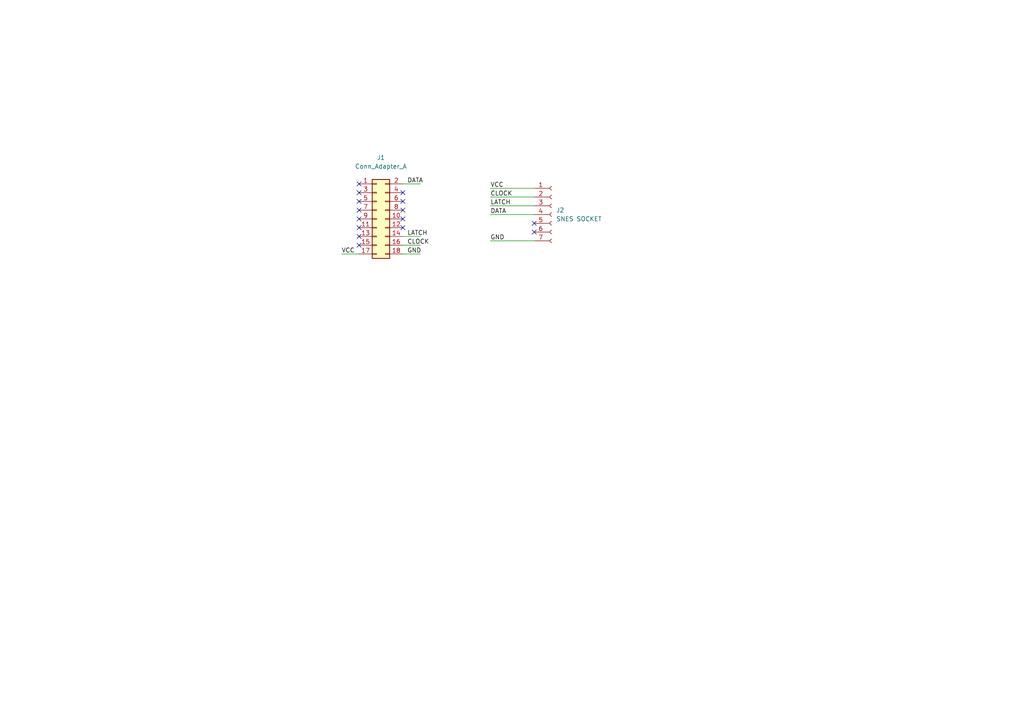
<source format=kicad_sch>
(kicad_sch (version 20230121) (generator eeschema)
  (paper "A4")
  (lib_symbols
    (symbol "Connector:Conn_01x07_Socket" (pin_names (offset 1.016) hide)
      (property "Reference" "J" (at 0 10.16 0))
      (property "Value" "Conn_01x07_Socket" (at 0 -10.16 0))
      (symbol "Conn_01x07_Socket_1_1"
        (arc (start 0 -7.112) (mid -0.5058 -7.62) (end 0 -8.128) (stroke (width 0.1524)))
        (arc (start 0 -4.572) (mid -0.5058 -5.08) (end 0 -5.588) (stroke (width 0.1524)))
        (arc (start 0 -2.032) (mid -0.5058 -2.54) (end 0 -3.048) (stroke (width 0.1524)))
        (polyline (pts (xy -1.27 -7.62) (xy -0.508 -7.62)) (stroke (width 0.1524)))
        (polyline (pts (xy -1.27 -5.08) (xy -0.508 -5.08)) (stroke (width 0.1524)))
        (polyline (pts (xy -1.27 -2.54) (xy -0.508 -2.54)) (stroke (width 0.1524)))
        (polyline (pts (xy -1.27 0) (xy -0.508 0)) (stroke (width 0.1524)))
        (polyline (pts (xy -1.27 2.54) (xy -0.508 2.54)) (stroke (width 0.1524)))
        (polyline (pts (xy -1.27 5.08) (xy -0.508 5.08)) (stroke (width 0.1524)))
        (polyline (pts (xy -1.27 7.62) (xy -0.508 7.62)) (stroke (width 0.1524)))
        (arc (start 0 0.508) (mid -0.5058 0) (end 0 -0.508) (stroke (width 0.1524)))
        (arc (start 0 3.048) (mid -0.5058 2.54) (end 0 2.032) (stroke (width 0.1524)))
        (arc (start 0 5.588) (mid -0.5058 5.08) (end 0 4.572) (stroke (width 0.1524)))
        (arc (start 0 8.128) (mid -0.5058 7.62) (end 0 7.112) (stroke (width 0.1524)))
        (pin passive line (at -5.08 7.62 0) (length 3.81) (name "Pin_1") (number "1"))
        (pin passive line (at -5.08 5.08 0) (length 3.81) (name "Pin_2") (number "2"))
        (pin passive line (at -5.08 2.54 0) (length 3.81) (name "Pin_3") (number "3"))
        (pin passive line (at -5.08 0 0) (length 3.81) (name "Pin_4") (number "4"))
        (pin passive line (at -5.08 -2.54 0) (length 3.81) (name "Pin_5") (number "5"))
        (pin passive line (at -5.08 -5.08 0) (length 3.81) (name "Pin_6") (number "6"))
        (pin passive line (at -5.08 -7.62 0) (length 3.81) (name "Pin_7") (number "7"))
      )
    )
    (symbol "Connector_Generic:Conn_02x09_Odd_Even" (pin_names (offset 1.016) hide)
      (property "Reference" "J" (at 1.27 12.7 0))
      (property "Value" "Conn_02x09_Odd_Even" (at 1.27 -12.7 0))
      (symbol "Conn_02x09_Odd_Even_1_1"
        (rectangle (start -1.27 -10.033) (end 0 -10.287) (stroke (width 0.1524)))
        (rectangle (start -1.27 -7.493) (end 0 -7.747) (stroke (width 0.1524)))
        (rectangle (start -1.27 -4.953) (end 0 -5.207) (stroke (width 0.1524)))
        (rectangle (start -1.27 -2.413) (end 0 -2.667) (stroke (width 0.1524)))
        (rectangle (start -1.27 0.127) (end 0 -0.127) (stroke (width 0.1524)))
        (rectangle (start -1.27 2.667) (end 0 2.413) (stroke (width 0.1524)))
        (rectangle (start -1.27 5.207) (end 0 4.953) (stroke (width 0.1524)))
        (rectangle (start -1.27 7.747) (end 0 7.493) (stroke (width 0.1524)))
        (rectangle (start -1.27 10.287) (end 0 10.033) (stroke (width 0.1524)))
        (rectangle (start -1.27 11.43) (end 3.81 -11.43) (stroke (width 0.254)) (fill (type background)))
        (rectangle (start 3.81 -10.033) (end 2.54 -10.287) (stroke (width 0.1524)))
        (rectangle (start 3.81 -7.493) (end 2.54 -7.747) (stroke (width 0.1524)))
        (rectangle (start 3.81 -4.953) (end 2.54 -5.207) (stroke (width 0.1524)))
        (rectangle (start 3.81 -2.413) (end 2.54 -2.667) (stroke (width 0.1524)))
        (rectangle (start 3.81 0.127) (end 2.54 -0.127) (stroke (width 0.1524)))
        (rectangle (start 3.81 2.667) (end 2.54 2.413) (stroke (width 0.1524)))
        (rectangle (start 3.81 5.207) (end 2.54 4.953) (stroke (width 0.1524)))
        (rectangle (start 3.81 7.747) (end 2.54 7.493) (stroke (width 0.1524)))
        (rectangle (start 3.81 10.287) (end 2.54 10.033) (stroke (width 0.1524)))
        (pin passive line (at -5.08 10.16 0) (length 3.81) (name "Pin_1") (number "1"))
        (pin passive line (at 7.62 0 180) (length 3.81) (name "Pin_10") (number "10"))
        (pin passive line (at -5.08 -2.54 0) (length 3.81) (name "Pin_11") (number "11"))
        (pin passive line (at 7.62 -2.54 180) (length 3.81) (name "Pin_12") (number "12"))
        (pin passive line (at -5.08 -5.08 0) (length 3.81) (name "Pin_13") (number "13"))
        (pin passive line (at 7.62 -5.08 180) (length 3.81) (name "Pin_14") (number "14"))
        (pin passive line (at -5.08 -7.62 0) (length 3.81) (name "Pin_15") (number "15"))
        (pin passive line (at 7.62 -7.62 180) (length 3.81) (name "Pin_16") (number "16"))
        (pin passive line (at -5.08 -10.16 0) (length 3.81) (name "Pin_17") (number "17"))
        (pin passive line (at 7.62 -10.16 180) (length 3.81) (name "Pin_18") (number "18"))
        (pin passive line (at 7.62 10.16 180) (length 3.81) (name "Pin_2") (number "2"))
        (pin passive line (at -5.08 7.62 0) (length 3.81) (name "Pin_3") (number "3"))
        (pin passive line (at 7.62 7.62 180) (length 3.81) (name "Pin_4") (number "4"))
        (pin passive line (at -5.08 5.08 0) (length 3.81) (name "Pin_5") (number "5"))
        (pin passive line (at 7.62 5.08 180) (length 3.81) (name "Pin_6") (number "6"))
        (pin passive line (at -5.08 2.54 0) (length 3.81) (name "Pin_7") (number "7"))
        (pin passive line (at 7.62 2.54 180) (length 3.81) (name "Pin_8") (number "8"))
        (pin passive line (at -5.08 0 0) (length 3.81) (name "Pin_9") (number "9"))
      )
    )
  )
  (no_connect (at 116.84 63.5))
  (no_connect (at 116.84 66.04))
  (no_connect (at 104.14 58.42))
  (no_connect (at 116.84 58.42))
  (no_connect (at 104.14 55.88))
  (no_connect (at 104.14 68.58))
  (no_connect (at 104.14 53.34))
  (no_connect (at 154.94 67.31))
  (no_connect (at 104.14 63.5))
  (no_connect (at 154.94 64.77))
  (no_connect (at 116.84 60.96))
  (no_connect (at 104.14 60.96))
  (no_connect (at 116.84 55.88))
  (no_connect (at 104.14 71.12))
  (no_connect (at 104.14 66.04))
  (wire (pts (xy 142.24 54.61) (xy 154.94 54.61)))
  (wire (pts (xy 142.24 69.85) (xy 154.94 69.85)))
  (wire (pts (xy 116.84 73.66) (xy 121.92 73.66)))
  (wire (pts (xy 142.24 59.69) (xy 154.94 59.69)))
  (wire (pts (xy 142.24 57.15) (xy 154.94 57.15)))
  (wire (pts (xy 142.24 62.23) (xy 154.94 62.23)))
  (wire (pts (xy 116.84 71.12) (xy 121.92 71.12)))
  (wire (pts (xy 116.84 68.58) (xy 121.92 68.58)))
  (wire (pts (xy 99.06 73.66) (xy 104.14 73.66)))
  (wire (pts (xy 116.84 53.34) (xy 121.92 53.34)))
  (label "LATCH" (at 118.11 68.58 0))
  (label "GND" (at 142.24 69.85 0))
  (label "CLOCK" (at 142.24 57.15 0))
  (label "DATA" (at 118.11 53.34 0))
  (label "DATA" (at 142.24 62.23 0))
  (label "LATCH" (at 142.24 59.69 0))
  (label "VCC" (at 142.24 54.61 0))
  (label "CLOCK" (at 118.11 71.12 0))
  (label "GND" (at 118.11 73.66 0))
  (label "VCC" (at 99.06 73.66 0))
  (symbol (lib_id "Connector:Conn_01x07_Socket") (at 160.02 62.23 0) (unit 1)
    (property "Reference" "J2" (at 161.29 60.96 0) (effects (justify left)))
    (property "Value" "SNES SOCKET" (at 161.29 63.5 0) (effects (justify left)))
    (property "Footprint" "SNES:Connector" (effects hide))
  )
  (symbol (lib_id "Connector_Generic:Conn_02x09_Odd_Even") (at 109.22 63.5 0) (unit 1)
    (property "Reference" "J1" (at 110.49 45.72 0))
    (property "Value" "Conn_Adapter_A" (at 110.49 48.26 0))
    (property "Footprint" "Connector_PinSocket_2.54mm:PinSocket_2x09_P2.54mm_Horizontal" (effects hide))
  )
)
</source>
